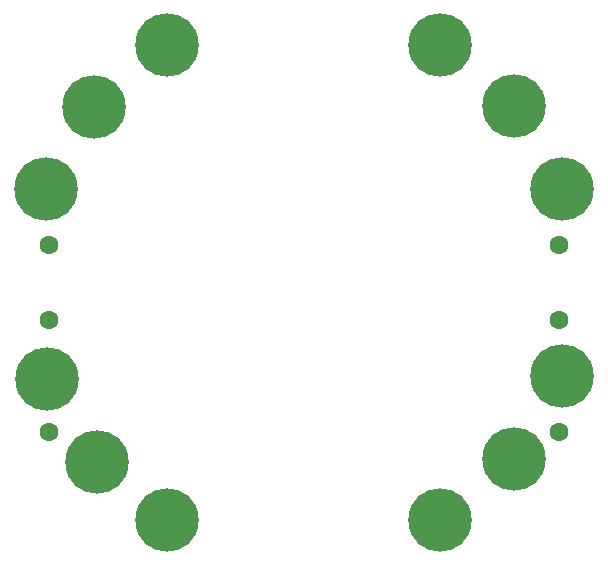
<source format=gbr>
G04 EAGLE Gerber RS-274X export*
G75*
%MOMM*%
%FSLAX34Y34*%
%LPD*%
%INSoldermask Bottom*%
%IPPOS*%
%AMOC8*
5,1,8,0,0,1.08239X$1,22.5*%
G01*
%ADD10C,5.367600*%
%ADD11C,1.601600*%


D10*
X115570Y201168D03*
X115570Y-201168D03*
X-116078Y200660D03*
X-115570Y-201168D03*
X177800Y149352D03*
X218186Y79248D03*
X218186Y-79248D03*
X177800Y-149352D03*
X-177800Y148590D03*
X-218186Y79248D03*
X-217424Y-81788D03*
X-175260Y-151892D03*
D11*
X-215900Y31750D03*
X215900Y-31750D03*
X-215900Y-127000D03*
X215900Y-127000D03*
X215900Y31750D03*
X-215900Y-31750D03*
M02*

</source>
